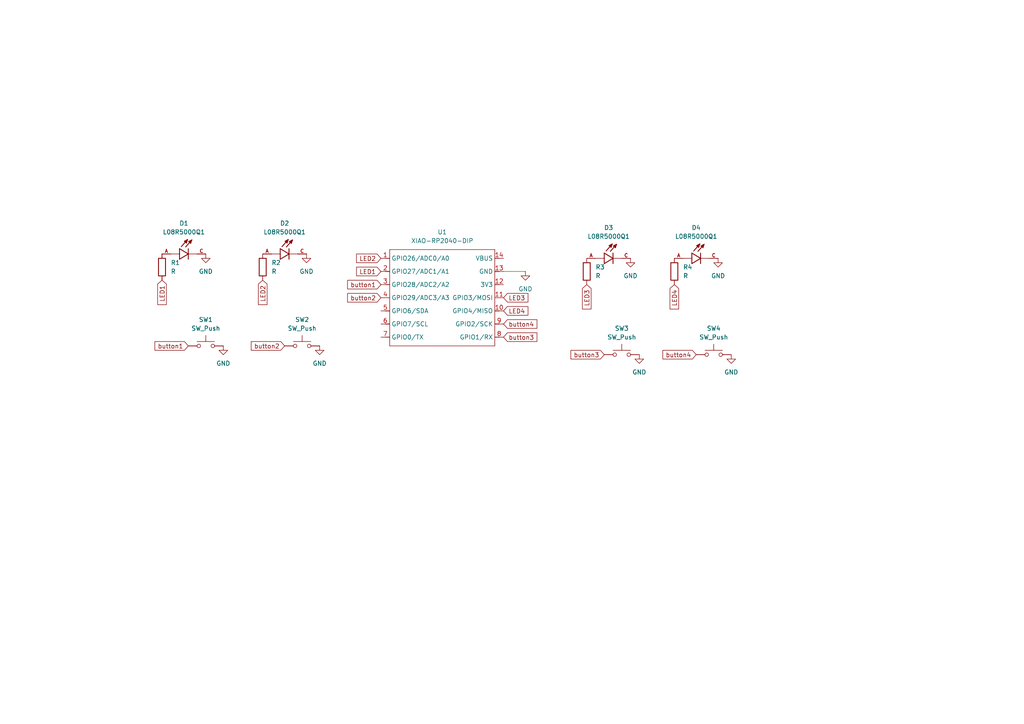
<source format=kicad_sch>
(kicad_sch (version 20250114) (generator "eeschema") (generator_version "9.0")
  (paper "A4")
  (lib_symbols
    (symbol "Device:R" (pin_numbers (hide yes)) (pin_names (offset 0))
      (property "Reference" "R" (at 2.032 0 90))
      (property "Value" "R" (at 0 0 90))
      (symbol "R_0_1"
        (rectangle (start -1.016 -2.54) (end 1.016 2.54) (stroke (width 0.254)))
      )
      (symbol "R_1_1"
        (pin passive line (at 0 3.81 270) (length 1.27) (name "~") (number "1"))
        (pin passive line (at 0 -3.81 90) (length 1.27) (name "~") (number "2"))
      )
    )
    (symbol "L08R5000Q1:L08R5000Q1" (pin_names (offset 1.016))
      (property "Reference" "D" (at -3.0988 4.4958 0))
      (property "Value" "L08R5000Q1" (at -3.556 -3.302 0))
      (symbol "L08R5000Q1_0_0"
        (polyline (pts (xy -2.54 1.524) (xy -2.54 0)) (stroke (width 0.254)))
        (polyline (pts (xy -2.54 0) (xy -5.08 0)) (stroke (width 0.1524)))
        (polyline (pts (xy -2.54 0) (xy -2.54 -1.524)) (stroke (width 0.254)))
        (polyline (pts (xy -2.54 -1.524) (xy 0 0)) (stroke (width 0.254)))
        (polyline (pts (xy -1.1176 3.683) (xy -0.2286 4.1656)) (stroke (width 0.254)))
        (polyline (pts (xy -0.9398 3.6068) (xy -0.7112 3.7592)) (stroke (width 0.254)))
        (polyline (pts (xy -0.5588 3.2004) (xy -1.1176 3.683)) (stroke (width 0.254)))
        (polyline (pts (xy -0.5588 3.2004) (xy -0.5334 3.937)) (stroke (width 0.254)))
        (polyline (pts (xy -0.5334 3.937) (xy -0.6604 3.937)) (stroke (width 0.254)))
        (polyline (pts (xy -0.2286 4.1656) (xy -2.0066 2.1336)) (stroke (width 0.254)))
        (polyline (pts (xy -0.2286 4.1656) (xy -0.5588 3.2004)) (stroke (width 0.254)))
        (polyline (pts (xy 0 1.524) (xy 0 0)) (stroke (width 0.254)))
        (polyline (pts (xy 0 0) (xy -2.54 1.524)) (stroke (width 0.254)))
        (polyline (pts (xy 0 0) (xy 0 -1.524)) (stroke (width 0.254)))
        (polyline (pts (xy 0.127 3.5814) (xy 1.016 4.064)) (stroke (width 0.254)))
        (polyline (pts (xy 0.3048 3.5052) (xy 0.5334 3.6576)) (stroke (width 0.254)))
        (polyline (pts (xy 0.6858 3.0988) (xy 0.127 3.5814)) (stroke (width 0.254)))
        (polyline (pts (xy 0.6858 3.0988) (xy 0.7112 3.8354)) (stroke (width 0.254)))
        (polyline (pts (xy 0.7112 3.8354) (xy 0.5842 3.8354)) (stroke (width 0.254)))
        (polyline (pts (xy 1.016 4.064) (xy -0.762 2.032)) (stroke (width 0.254)))
        (polyline (pts (xy 1.016 4.064) (xy 0.6858 3.0988)) (stroke (width 0.254)))
        (polyline (pts (xy 2.54 0) (xy 0 0)) (stroke (width 0.1524)))
        (pin passive line (at -7.62 0 0) (length 2.54) (name "~") (number "A"))
        (pin passive line (at 5.08 0 180) (length 2.54) (name "~") (number "C"))
      )
    )
    (symbol "Seeed_Studio_XIAO_Series:XIAO-RP2040-DIP"
      (property "Reference" "U" (at 0 0 0))
      (property "Value" "XIAO-RP2040-DIP" (at 5.334 -1.778 0))
      (symbol "XIAO-RP2040-DIP_1_0"
        (polyline (pts (xy -1.27 -2.54) (xy 29.21 -2.54)) (stroke (width 0.1524)))
        (polyline (pts (xy -1.27 -5.08) (xy -2.54 -5.08)) (stroke (width 0.1524)))
        (polyline (pts (xy -1.27 -5.08) (xy -1.27 -2.54)) (stroke (width 0.1524)))
        (polyline (pts (xy -1.27 -8.89) (xy -2.54 -8.89)) (stroke (width 0.1524)))
        (polyline (pts (xy -1.27 -8.89) (xy -1.27 -5.08)) (stroke (width 0.1524)))
        (polyline (pts (xy -1.27 -12.7) (xy -2.54 -12.7)) (stroke (width 0.1524)))
        (polyline (pts (xy -1.27 -12.7) (xy -1.27 -8.89)) (stroke (width 0.1524)))
        (polyline (pts (xy -1.27 -16.51) (xy -2.54 -16.51)) (stroke (width 0.1524)))
        (polyline (pts (xy -1.27 -16.51) (xy -1.27 -12.7)) (stroke (width 0.1524)))
        (polyline (pts (xy -1.27 -20.32) (xy -2.54 -20.32)) (stroke (width 0.1524)))
        (polyline (pts (xy -1.27 -24.13) (xy -2.54 -24.13)) (stroke (width 0.1524)))
        (polyline (pts (xy -1.27 -27.94) (xy -2.54 -27.94)) (stroke (width 0.1524)))
        (polyline (pts (xy -1.27 -30.48) (xy -1.27 -16.51)) (stroke (width 0.1524)))
        (polyline (pts (xy 29.21 -2.54) (xy 29.21 -5.08)) (stroke (width 0.1524)))
        (polyline (pts (xy 29.21 -5.08) (xy 29.21 -8.89)) (stroke (width 0.1524)))
        (polyline (pts (xy 29.21 -8.89) (xy 29.21 -12.7)) (stroke (width 0.1524)))
        (polyline (pts (xy 29.21 -12.7) (xy 29.21 -30.48)) (stroke (width 0.1524)))
        (polyline (pts (xy 29.21 -30.48) (xy -1.27 -30.48)) (stroke (width 0.1524)))
        (polyline (pts (xy 30.48 -5.08) (xy 29.21 -5.08)) (stroke (width 0.1524)))
        (polyline (pts (xy 30.48 -8.89) (xy 29.21 -8.89)) (stroke (width 0.1524)))
        (polyline (pts (xy 30.48 -12.7) (xy 29.21 -12.7)) (stroke (width 0.1524)))
        (polyline (pts (xy 30.48 -16.51) (xy 29.21 -16.51)) (stroke (width 0.1524)))
        (polyline (pts (xy 30.48 -20.32) (xy 29.21 -20.32)) (stroke (width 0.1524)))
        (polyline (pts (xy 30.48 -24.13) (xy 29.21 -24.13)) (stroke (width 0.1524)))
        (polyline (pts (xy 30.48 -27.94) (xy 29.21 -27.94)) (stroke (width 0.1524)))
        (pin passive line (at -3.81 -5.08 0) (length 2.54) (name "GPIO26/ADC0/A0") (number "1"))
        (pin passive line (at -3.81 -8.89 0) (length 2.54) (name "GPIO27/ADC1/A1") (number "2"))
        (pin passive line (at -3.81 -12.7 0) (length 2.54) (name "GPIO28/ADC2/A2") (number "3"))
        (pin passive line (at -3.81 -16.51 0) (length 2.54) (name "GPIO29/ADC3/A3") (number "4"))
        (pin passive line (at -3.81 -20.32 0) (length 2.54) (name "GPIO6/SDA") (number "5"))
        (pin passive line (at -3.81 -24.13 0) (length 2.54) (name "GPIO7/SCL") (number "6"))
        (pin passive line (at -3.81 -27.94 0) (length 2.54) (name "GPIO0/TX") (number "7"))
        (pin passive line (at 31.75 -5.08 180) (length 2.54) (name "VBUS") (number "14"))
        (pin passive line (at 31.75 -8.89 180) (length 2.54) (name "GND") (number "13"))
        (pin passive line (at 31.75 -12.7 180) (length 2.54) (name "3V3") (number "12"))
        (pin passive line (at 31.75 -16.51 180) (length 2.54) (name "GPIO3/MOSI") (number "11"))
        (pin passive line (at 31.75 -20.32 180) (length 2.54) (name "GPIO4/MISO") (number "10"))
        (pin passive line (at 31.75 -24.13 180) (length 2.54) (name "GPIO2/SCK") (number "9"))
        (pin passive line (at 31.75 -27.94 180) (length 2.54) (name "GPIO1/RX") (number "8"))
      )
    )
    (symbol "Switch:SW_Push" (pin_numbers (hide yes)) (pin_names (offset 1.016) (hide yes))
      (property "Reference" "SW" (at 1.27 2.54 0))
      (property "Value" "SW_Push" (at 0 -1.524 0))
      (symbol "SW_Push_0_1"
        (circle (center -2.032 0) (radius 0.508))
        (polyline (pts (xy 0 1.27) (xy 0 3.048)))
        (circle (center 2.032 0) (radius 0.508))
        (polyline (pts (xy 2.54 1.27) (xy -2.54 1.27)))
        (pin passive line (at -5.08 0 0) (length 2.54) (name "1") (number "1"))
        (pin passive line (at 5.08 0 180) (length 2.54) (name "2") (number "2"))
      )
    )
    (symbol "power:GND" (power) (pin_numbers (hide yes)) (pin_names (offset 0) (hide yes))
      (property "Value" "GND" (at 0 -3.81 0))
      (symbol "GND_0_1"
        (polyline (pts (xy 0 0) (xy 0 -1.27) (xy 1.27 -1.27) (xy 0 -2.54) (xy -1.27 -1.27) (xy 0 -1.27)))
      )
      (symbol "GND_1_1"
        (pin power_in line (at 0 0 270) (length 0) (name "~") (number "1"))
      )
    )
  )
  (wire (pts (xy 146.05 78.74) (xy 152.4 78.74)))
  (global_label "LED4" (shape input) (at 146.05 90.17 0) (property "Intersheetrefs" "${INTERSHEET_REFS}" (effects (hide yes))))
  (global_label "button4" (shape input) (at 201.93 102.87 180) (property "Intersheetrefs" "${INTERSHEET_REFS}" (effects (hide yes))))
  (global_label "button1" (shape input) (at 54.61 100.33 180) (property "Intersheetrefs" "${INTERSHEET_REFS}" (effects (hide yes))))
  (global_label "button2" (shape input) (at 82.55 100.33 180) (property "Intersheetrefs" "${INTERSHEET_REFS}" (effects (hide yes))))
  (global_label "LED4" (shape input) (at 195.58 82.55 270) (property "Intersheetrefs" "${INTERSHEET_REFS}" (effects (hide yes))))
  (global_label "button2" (shape input) (at 110.49 86.36 180) (property "Intersheetrefs" "${INTERSHEET_REFS}" (effects (hide yes))))
  (global_label "button3" (shape input) (at 146.05 97.79 0) (property "Intersheetrefs" "${INTERSHEET_REFS}" (effects (hide yes))))
  (global_label "LED1" (shape input) (at 110.49 78.74 180) (property "Intersheetrefs" "${INTERSHEET_REFS}" (effects (hide yes))))
  (global_label "LED1" (shape input) (at 46.99 81.28 270) (property "Intersheetrefs" "${INTERSHEET_REFS}" (effects (hide yes))))
  (global_label "button3" (shape input) (at 175.26 102.87 180) (property "Intersheetrefs" "${INTERSHEET_REFS}" (effects (hide yes))))
  (global_label "button4" (shape input) (at 146.05 93.98 0) (property "Intersheetrefs" "${INTERSHEET_REFS}" (effects (hide yes))))
  (global_label "LED2" (shape input) (at 76.2 81.28 270) (property "Intersheetrefs" "${INTERSHEET_REFS}" (effects (hide yes))))
  (global_label "button1" (shape input) (at 110.49 82.55 180) (property "Intersheetrefs" "${INTERSHEET_REFS}" (effects (hide yes))))
  (global_label "LED3" (shape input) (at 146.05 86.36 0) (property "Intersheetrefs" "${INTERSHEET_REFS}" (effects (hide yes))))
  (global_label "LED3" (shape input) (at 170.18 82.55 270) (property "Intersheetrefs" "${INTERSHEET_REFS}" (effects (hide yes))))
  (global_label "LED2" (shape input) (at 110.49 74.93 180) (property "Intersheetrefs" "${INTERSHEET_REFS}" (effects (hide yes))))
  (symbol (lib_id "power:GND") (at 64.77 100.33 0) (unit 1)
    (property "Reference" "#PWR05" (effects (hide yes)))
    (property "Value" "GND" (at 64.77 105.41 0))
    (property "Description" "Power symbol creates a global label with name \"GND\" , ground" (effects (hide yes)))
  )
  (symbol (lib_id "power:GND") (at 152.4 78.74 0) (unit 1)
    (property "Reference" "#PWR09" (effects (hide yes)))
    (property "Value" "GND" (at 152.4 83.82 0))
    (property "Description" "Power symbol creates a global label with name \"GND\" , ground" (effects (hide yes)))
  )
  (symbol (lib_id "Seeed_Studio_XIAO_Series:XIAO-RP2040-DIP") (at 114.3 69.85 0) (unit 1)
    (property "Reference" "U1" (at 128.27 67.31 0))
    (property "Value" "XIAO-RP2040-DIP" (at 128.27 69.85 0))
    (property "Footprint" "footprints:XIAO-RP2040-DIP" (effects (hide yes)))
  )
  (symbol (lib_id "power:GND") (at 182.88 74.93 0) (unit 1)
    (property "Reference" "#PWR02" (effects (hide yes)))
    (property "Value" "GND" (at 182.88 80.01 0))
    (property "Description" "Power symbol creates a global label with name \"GND\" , ground" (effects (hide yes)))
  )
  (symbol (lib_id "power:GND") (at 88.9 73.66 0) (unit 1)
    (property "Reference" "#PWR03" (effects (hide yes)))
    (property "Value" "GND" (at 88.9 78.74 0))
    (property "Description" "Power symbol creates a global label with name \"GND\" , ground" (effects (hide yes)))
  )
  (symbol (lib_id "Switch:SW_Push") (at 59.69 100.33 0) (unit 1)
    (property "Reference" "SW1" (at 59.69 92.71 0))
    (property "Value" "SW_Push" (at 59.69 95.25 0))
    (property "Footprint" "footprints:SW_Cherry_MX_1.00u_PCB_Rubey" (effects (hide yes)))
    (property "Description" "Push button switch, generic, two pins" (effects (hide yes)))
  )
  (symbol (lib_id "L08R5000Q1:L08R5000Q1") (at 177.8 74.93 0) (unit 1)
    (property "Reference" "D3" (at 176.53 66.04 0))
    (property "Value" "L08R5000Q1" (at 176.53 68.58 0))
    (property "Footprint" "footprints:LEDRD254W57D500H1070" (effects (hide yes)))
    (property "MF" "LED Technology" (effects (hide yes)))
    (property "MAXIMUM_PACKAGE_HEIGHT" "10.7mm" (effects (hide yes)))
    (property "Package" "None" (effects (hide yes)))
    (property "Price" "None" (effects (hide yes)))
    (property "Check_prices" "https://www.snapeda.com/parts/L08R5000Q1/LED+Technology/view-part/?ref=eda" (effects (hide yes)))
    (property "STANDARD" "IPC-7351B" (effects (hide yes)))
    (property "PARTREV" "NA" (effects (hide yes)))
    (property "SnapEDA_Link" "https://www.snapeda.com/parts/L08R5000Q1/LED+Technology/view-part/?ref=snap" (effects (hide yes)))
    (property "MP" "L08R5000Q1" (effects (hide yes)))
    (property "Description_1" "LED, 5MM, ORANGE; LED / Lamp Size: 5mm / T-1 3/4; LED Colour: Orange; Typ Luminous Intensity: 4.3mcd; Viewing Angle: ..." (effects (hide yes)))
    (property "Availability" "Not in stock" (effects (hide yes)))
    (property "MANUFACTURER" "LED TECHNOLOGY" (effects (hide yes)))
  )
  (symbol (lib_id "L08R5000Q1:L08R5000Q1") (at 54.61 73.66 0) (unit 1)
    (property "Reference" "D1" (at 53.34 64.77 0))
    (property "Value" "L08R5000Q1" (at 53.34 67.31 0))
    (property "Footprint" "footprints:LEDRD254W57D500H1070" (effects (hide yes)))
    (property "MF" "LED Technology" (effects (hide yes)))
    (property "MAXIMUM_PACKAGE_HEIGHT" "10.7mm" (effects (hide yes)))
    (property "Package" "None" (effects (hide yes)))
    (property "Price" "None" (effects (hide yes)))
    (property "Check_prices" "https://www.snapeda.com/parts/L08R5000Q1/LED+Technology/view-part/?ref=eda" (effects (hide yes)))
    (property "STANDARD" "IPC-7351B" (effects (hide yes)))
    (property "PARTREV" "NA" (effects (hide yes)))
    (property "SnapEDA_Link" "https://www.snapeda.com/parts/L08R5000Q1/LED+Technology/view-part/?ref=snap" (effects (hide yes)))
    (property "MP" "L08R5000Q1" (effects (hide yes)))
    (property "Description_1" "LED, 5MM, ORANGE; LED / Lamp Size: 5mm / T-1 3/4; LED Colour: Orange; Typ Luminous Intensity: 4.3mcd; Viewing Angle: ..." (effects (hide yes)))
    (property "Availability" "Not in stock" (effects (hide yes)))
    (property "MANUFACTURER" "LED TECHNOLOGY" (effects (hide yes)))
  )
  (symbol (lib_id "Switch:SW_Push") (at 207.01 102.87 0) (unit 1)
    (property "Reference" "SW4" (at 207.01 95.25 0))
    (property "Value" "SW_Push" (at 207.01 97.79 0))
    (property "Footprint" "footprints:SW_Cherry_MX_1.00u_PCB_Rubey" (effects (hide yes)))
    (property "Description" "Push button switch, generic, two pins" (effects (hide yes)))
  )
  (symbol (lib_id "power:GND") (at 185.42 102.87 0) (unit 1)
    (property "Reference" "#PWR07" (effects (hide yes)))
    (property "Value" "GND" (at 185.42 107.95 0))
    (property "Description" "Power symbol creates a global label with name \"GND\" , ground" (effects (hide yes)))
  )
  (symbol (lib_id "Switch:SW_Push") (at 87.63 100.33 0) (unit 1)
    (property "Reference" "SW2" (at 87.63 92.71 0))
    (property "Value" "SW_Push" (at 87.63 95.25 0))
    (property "Footprint" "footprints:SW_Cherry_MX_1.00u_PCB_Rubey" (effects (hide yes)))
    (property "Description" "Push button switch, generic, two pins" (effects (hide yes)))
  )
  (symbol (lib_id "Device:R") (at 46.99 77.47 0) (unit 1)
    (property "Reference" "R1" (at 49.53 76.1999 0) (effects (justify left)))
    (property "Value" "R" (at 49.53 78.7399 0) (effects (justify left)))
    (property "Footprint" "Resistor_THT:R_Axial_DIN0204_L3.6mm_D1.6mm_P5.08mm_Horizontal" (effects (hide yes)))
    (property "Description" "Resistor" (effects (hide yes)))
  )
  (symbol (lib_id "Device:R") (at 76.2 77.47 0) (unit 1)
    (property "Reference" "R2" (at 78.74 76.1999 0) (effects (justify left)))
    (property "Value" "R" (at 78.74 78.7399 0) (effects (justify left)))
    (property "Footprint" "Resistor_THT:R_Axial_DIN0204_L3.6mm_D1.6mm_P5.08mm_Horizontal" (effects (hide yes)))
    (property "Description" "Resistor" (effects (hide yes)))
  )
  (symbol (lib_id "L08R5000Q1:L08R5000Q1") (at 203.2 74.93 0) (unit 1)
    (property "Reference" "D4" (at 201.93 66.04 0))
    (property "Value" "L08R5000Q1" (at 201.93 68.58 0))
    (property "Footprint" "footprints:LEDRD254W57D500H1070" (effects (hide yes)))
    (property "MF" "LED Technology" (effects (hide yes)))
    (property "MAXIMUM_PACKAGE_HEIGHT" "10.7mm" (effects (hide yes)))
    (property "Package" "None" (effects (hide yes)))
    (property "Price" "None" (effects (hide yes)))
    (property "Check_prices" "https://www.snapeda.com/parts/L08R5000Q1/LED+Technology/view-part/?ref=eda" (effects (hide yes)))
    (property "STANDARD" "IPC-7351B" (effects (hide yes)))
    (property "PARTREV" "NA" (effects (hide yes)))
    (property "SnapEDA_Link" "https://www.snapeda.com/parts/L08R5000Q1/LED+Technology/view-part/?ref=snap" (effects (hide yes)))
    (property "MP" "L08R5000Q1" (effects (hide yes)))
    (property "Description_1" "LED, 5MM, ORANGE; LED / Lamp Size: 5mm / T-1 3/4; LED Colour: Orange; Typ Luminous Intensity: 4.3mcd; Viewing Angle: ..." (effects (hide yes)))
    (property "Availability" "Not in stock" (effects (hide yes)))
    (property "MANUFACTURER" "LED TECHNOLOGY" (effects (hide yes)))
  )
  (symbol (lib_id "Device:R") (at 170.18 78.74 0) (unit 1)
    (property "Reference" "R3" (at 172.72 77.4699 0) (effects (justify left)))
    (property "Value" "R" (at 172.72 80.0099 0) (effects (justify left)))
    (property "Footprint" "Resistor_THT:R_Axial_DIN0204_L3.6mm_D1.6mm_P5.08mm_Horizontal" (effects (hide yes)))
    (property "Description" "Resistor" (effects (hide yes)))
  )
  (symbol (lib_id "power:GND") (at 92.71 100.33 0) (unit 1)
    (property "Reference" "#PWR06" (effects (hide yes)))
    (property "Value" "GND" (at 92.71 105.41 0))
    (property "Description" "Power symbol creates a global label with name \"GND\" , ground" (effects (hide yes)))
  )
  (symbol (lib_id "L08R5000Q1:L08R5000Q1") (at 83.82 73.66 0) (unit 1)
    (property "Reference" "D2" (at 82.55 64.77 0))
    (property "Value" "L08R5000Q1" (at 82.55 67.31 0))
    (property "Footprint" "footprints:LEDRD254W57D500H1070" (effects (hide yes)))
    (property "MF" "LED Technology" (effects (hide yes)))
    (property "MAXIMUM_PACKAGE_HEIGHT" "10.7mm" (effects (hide yes)))
    (property "Package" "None" (effects (hide yes)))
    (property "Price" "None" (effects (hide yes)))
    (property "Check_prices" "https://www.snapeda.com/parts/L08R5000Q1/LED+Technology/view-part/?ref=eda" (effects (hide yes)))
    (property "STANDARD" "IPC-7351B" (effects (hide yes)))
    (property "PARTREV" "NA" (effects (hide yes)))
    (property "SnapEDA_Link" "https://www.snapeda.com/parts/L08R5000Q1/LED+Technology/view-part/?ref=snap" (effects (hide yes)))
    (property "MP" "L08R5000Q1" (effects (hide yes)))
    (property "Description_1" "LED, 5MM, ORANGE; LED / Lamp Size: 5mm / T-1 3/4; LED Colour: Orange; Typ Luminous Intensity: 4.3mcd; Viewing Angle: ..." (effects (hide yes)))
    (property "Availability" "Not in stock" (effects (hide yes)))
    (property "MANUFACTURER" "LED TECHNOLOGY" (effects (hide yes)))
  )
  (symbol (lib_id "Device:R") (at 195.58 78.74 0) (unit 1)
    (property "Reference" "R4" (at 198.12 77.4699 0) (effects (justify left)))
    (property "Value" "R" (at 198.12 80.0099 0) (effects (justify left)))
    (property "Footprint" "Resistor_THT:R_Axial_DIN0204_L3.6mm_D1.6mm_P5.08mm_Horizontal" (effects (hide yes)))
    (property "Description" "Resistor" (effects (hide yes)))
  )
  (symbol (lib_id "power:GND") (at 208.28 74.93 0) (unit 1)
    (property "Reference" "#PWR01" (effects (hide yes)))
    (property "Value" "GND" (at 208.28 80.01 0))
    (property "Description" "Power symbol creates a global label with name \"GND\" , ground" (effects (hide yes)))
  )
  (symbol (lib_id "Switch:SW_Push") (at 180.34 102.87 0) (unit 1)
    (property "Reference" "SW3" (at 180.34 95.25 0))
    (property "Value" "SW_Push" (at 180.34 97.79 0))
    (property "Footprint" "footprints:SW_Cherry_MX_1.00u_PCB_Rubey" (effects (hide yes)))
    (property "Description" "Push button switch, generic, two pins" (effects (hide yes)))
  )
  (symbol (lib_id "power:GND") (at 212.09 102.87 0) (unit 1)
    (property "Reference" "#PWR08" (effects (hide yes)))
    (property "Value" "GND" (at 212.09 107.95 0))
    (property "Description" "Power symbol creates a global label with name \"GND\" , ground" (effects (hide yes)))
  )
  (symbol (lib_id "power:GND") (at 59.69 73.66 0) (unit 1)
    (property "Reference" "#PWR04" (effects (hide yes)))
    (property "Value" "GND" (at 59.69 78.74 0))
    (property "Description" "Power symbol creates a global label with name \"GND\" , ground" (effects (hide yes)))
  )
)
</source>
